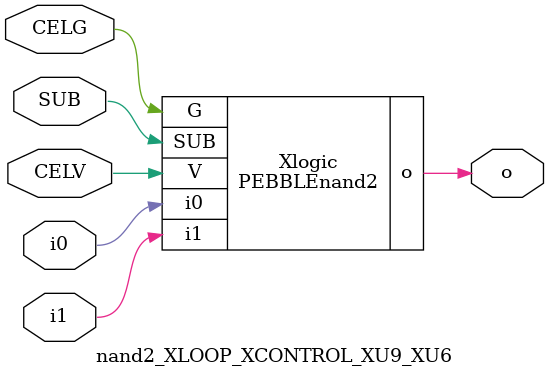
<source format=v>



module PEBBLEnand2 ( o, G, SUB, V, i0, i1 );

  input i0;
  input V;
  input i1;
  input G;
  output o;
  input SUB;
endmodule

//Celera Confidential Do Not Copy nand2_XLOOP_XCONTROL_XU9_XU6
//Celera Confidential Symbol Generator
//5V NAND2
module nand2_XLOOP_XCONTROL_XU9_XU6 (CELV,CELG,i0,i1,o,SUB);
input CELV;
input CELG;
input i0;
input i1;
input SUB;
output o;

//Celera Confidential Do Not Copy nand2
PEBBLEnand2 Xlogic(
.V (CELV),
.i0 (i0),
.i1 (i1),
.o (o),
.SUB (SUB),
.G (CELG)
);
//,diesize,PEBBLEnand2

//Celera Confidential Do Not Copy Module End
//Celera Schematic Generator
endmodule

</source>
